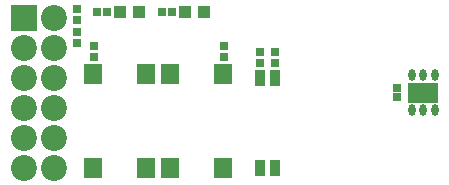
<source format=gts>
G04*
G04 #@! TF.GenerationSoftware,Altium Limited,Altium Designer,21.1.1 (26)*
G04*
G04 Layer_Color=8388736*
%FSLAX44Y44*%
%MOMM*%
G71*
G04*
G04 #@! TF.SameCoordinates,1E62C949-7E6C-4E94-960E-AF288404BBEF*
G04*
G04*
G04 #@! TF.FilePolarity,Negative*
G04*
G01*
G75*
%ADD22R,0.7200X0.7200*%
%ADD23R,1.0000X1.0000*%
%ADD24R,0.7500X0.6500*%
%ADD25R,0.6500X0.7500*%
%ADD26R,0.9600X1.4700*%
%ADD27R,0.9400X1.4700*%
%ADD28R,1.5000X1.7500*%
%ADD29R,2.6000X1.7000*%
%ADD30O,0.6000X1.0000*%
%ADD31C,2.2000*%
%ADD32R,2.2000X2.2000*%
D22*
X329000Y72000D02*
D03*
Y80000D02*
D03*
D23*
X94000Y144000D02*
D03*
X110000D02*
D03*
X149000D02*
D03*
X165000D02*
D03*
D24*
X58000Y137500D02*
D03*
Y146500D02*
D03*
Y127500D02*
D03*
Y118500D02*
D03*
X213000Y101500D02*
D03*
Y110500D02*
D03*
X225000Y101500D02*
D03*
Y110500D02*
D03*
X182000Y106500D02*
D03*
Y115500D02*
D03*
X72000Y106500D02*
D03*
Y115500D02*
D03*
D25*
X83500Y144000D02*
D03*
X74500D02*
D03*
X138500D02*
D03*
X129500D02*
D03*
D26*
X225350Y88100D02*
D03*
X212650D02*
D03*
Y11900D02*
D03*
D27*
X225350D02*
D03*
D28*
X136500Y12250D02*
D03*
Y91750D02*
D03*
X181500Y12250D02*
D03*
Y91750D02*
D03*
X116500Y91750D02*
D03*
Y12250D02*
D03*
X71500Y91750D02*
D03*
Y12250D02*
D03*
D29*
X351000Y76000D02*
D03*
D30*
X361000Y61000D02*
D03*
X351000D02*
D03*
X341000D02*
D03*
Y91000D02*
D03*
X351000D02*
D03*
X361000D02*
D03*
D31*
X38000Y12600D02*
D03*
X12600D02*
D03*
X38000Y38000D02*
D03*
X12600D02*
D03*
X38000Y63400D02*
D03*
X12600D02*
D03*
X38000Y114200D02*
D03*
Y139600D02*
D03*
X12600Y114200D02*
D03*
Y88800D02*
D03*
X38000D02*
D03*
D32*
X12600Y139600D02*
D03*
M02*

</source>
